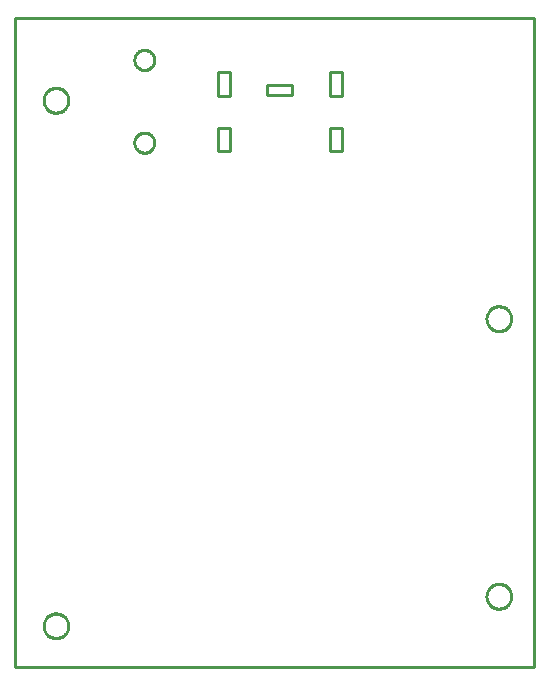
<source format=gbr>
G04 EAGLE Gerber RS-274X export*
G75*
%MOMM*%
%FSLAX34Y34*%
%LPD*%
%IN*%
%IPPOS*%
%AMOC8*
5,1,8,0,0,1.08239X$1,22.5*%
G01*
%ADD10C,0.000000*%
%ADD11C,0.254000*%


D10*
X0Y0D02*
X440000Y0D01*
X440000Y550000D01*
X0Y550000D01*
X0Y0D01*
X101400Y514100D02*
X101403Y514309D01*
X101410Y514517D01*
X101423Y514725D01*
X101441Y514933D01*
X101464Y515140D01*
X101492Y515347D01*
X101525Y515553D01*
X101563Y515758D01*
X101607Y515962D01*
X101655Y516165D01*
X101708Y516367D01*
X101766Y516567D01*
X101829Y516766D01*
X101897Y516964D01*
X101970Y517159D01*
X102047Y517353D01*
X102129Y517545D01*
X102216Y517734D01*
X102308Y517922D01*
X102404Y518107D01*
X102504Y518290D01*
X102609Y518470D01*
X102719Y518647D01*
X102833Y518822D01*
X102951Y518994D01*
X103073Y519163D01*
X103199Y519329D01*
X103329Y519492D01*
X103464Y519652D01*
X103602Y519808D01*
X103744Y519961D01*
X103890Y520110D01*
X104039Y520256D01*
X104192Y520398D01*
X104348Y520536D01*
X104508Y520671D01*
X104671Y520801D01*
X104837Y520927D01*
X105006Y521049D01*
X105178Y521167D01*
X105353Y521281D01*
X105530Y521391D01*
X105710Y521496D01*
X105893Y521596D01*
X106078Y521692D01*
X106266Y521784D01*
X106455Y521871D01*
X106647Y521953D01*
X106841Y522030D01*
X107036Y522103D01*
X107234Y522171D01*
X107433Y522234D01*
X107633Y522292D01*
X107835Y522345D01*
X108038Y522393D01*
X108242Y522437D01*
X108447Y522475D01*
X108653Y522508D01*
X108860Y522536D01*
X109067Y522559D01*
X109275Y522577D01*
X109483Y522590D01*
X109691Y522597D01*
X109900Y522600D01*
X110109Y522597D01*
X110317Y522590D01*
X110525Y522577D01*
X110733Y522559D01*
X110940Y522536D01*
X111147Y522508D01*
X111353Y522475D01*
X111558Y522437D01*
X111762Y522393D01*
X111965Y522345D01*
X112167Y522292D01*
X112367Y522234D01*
X112566Y522171D01*
X112764Y522103D01*
X112959Y522030D01*
X113153Y521953D01*
X113345Y521871D01*
X113534Y521784D01*
X113722Y521692D01*
X113907Y521596D01*
X114090Y521496D01*
X114270Y521391D01*
X114447Y521281D01*
X114622Y521167D01*
X114794Y521049D01*
X114963Y520927D01*
X115129Y520801D01*
X115292Y520671D01*
X115452Y520536D01*
X115608Y520398D01*
X115761Y520256D01*
X115910Y520110D01*
X116056Y519961D01*
X116198Y519808D01*
X116336Y519652D01*
X116471Y519492D01*
X116601Y519329D01*
X116727Y519163D01*
X116849Y518994D01*
X116967Y518822D01*
X117081Y518647D01*
X117191Y518470D01*
X117296Y518290D01*
X117396Y518107D01*
X117492Y517922D01*
X117584Y517734D01*
X117671Y517545D01*
X117753Y517353D01*
X117830Y517159D01*
X117903Y516964D01*
X117971Y516766D01*
X118034Y516567D01*
X118092Y516367D01*
X118145Y516165D01*
X118193Y515962D01*
X118237Y515758D01*
X118275Y515553D01*
X118308Y515347D01*
X118336Y515140D01*
X118359Y514933D01*
X118377Y514725D01*
X118390Y514517D01*
X118397Y514309D01*
X118400Y514100D01*
X118397Y513891D01*
X118390Y513683D01*
X118377Y513475D01*
X118359Y513267D01*
X118336Y513060D01*
X118308Y512853D01*
X118275Y512647D01*
X118237Y512442D01*
X118193Y512238D01*
X118145Y512035D01*
X118092Y511833D01*
X118034Y511633D01*
X117971Y511434D01*
X117903Y511236D01*
X117830Y511041D01*
X117753Y510847D01*
X117671Y510655D01*
X117584Y510466D01*
X117492Y510278D01*
X117396Y510093D01*
X117296Y509910D01*
X117191Y509730D01*
X117081Y509553D01*
X116967Y509378D01*
X116849Y509206D01*
X116727Y509037D01*
X116601Y508871D01*
X116471Y508708D01*
X116336Y508548D01*
X116198Y508392D01*
X116056Y508239D01*
X115910Y508090D01*
X115761Y507944D01*
X115608Y507802D01*
X115452Y507664D01*
X115292Y507529D01*
X115129Y507399D01*
X114963Y507273D01*
X114794Y507151D01*
X114622Y507033D01*
X114447Y506919D01*
X114270Y506809D01*
X114090Y506704D01*
X113907Y506604D01*
X113722Y506508D01*
X113534Y506416D01*
X113345Y506329D01*
X113153Y506247D01*
X112959Y506170D01*
X112764Y506097D01*
X112566Y506029D01*
X112367Y505966D01*
X112167Y505908D01*
X111965Y505855D01*
X111762Y505807D01*
X111558Y505763D01*
X111353Y505725D01*
X111147Y505692D01*
X110940Y505664D01*
X110733Y505641D01*
X110525Y505623D01*
X110317Y505610D01*
X110109Y505603D01*
X109900Y505600D01*
X109691Y505603D01*
X109483Y505610D01*
X109275Y505623D01*
X109067Y505641D01*
X108860Y505664D01*
X108653Y505692D01*
X108447Y505725D01*
X108242Y505763D01*
X108038Y505807D01*
X107835Y505855D01*
X107633Y505908D01*
X107433Y505966D01*
X107234Y506029D01*
X107036Y506097D01*
X106841Y506170D01*
X106647Y506247D01*
X106455Y506329D01*
X106266Y506416D01*
X106078Y506508D01*
X105893Y506604D01*
X105710Y506704D01*
X105530Y506809D01*
X105353Y506919D01*
X105178Y507033D01*
X105006Y507151D01*
X104837Y507273D01*
X104671Y507399D01*
X104508Y507529D01*
X104348Y507664D01*
X104192Y507802D01*
X104039Y507944D01*
X103890Y508090D01*
X103744Y508239D01*
X103602Y508392D01*
X103464Y508548D01*
X103329Y508708D01*
X103199Y508871D01*
X103073Y509037D01*
X102951Y509206D01*
X102833Y509378D01*
X102719Y509553D01*
X102609Y509730D01*
X102504Y509910D01*
X102404Y510093D01*
X102308Y510278D01*
X102216Y510466D01*
X102129Y510655D01*
X102047Y510847D01*
X101970Y511041D01*
X101897Y511236D01*
X101829Y511434D01*
X101766Y511633D01*
X101708Y511833D01*
X101655Y512035D01*
X101607Y512238D01*
X101563Y512442D01*
X101525Y512647D01*
X101492Y512853D01*
X101464Y513060D01*
X101441Y513267D01*
X101423Y513475D01*
X101410Y513683D01*
X101403Y513891D01*
X101400Y514100D01*
X101400Y444100D02*
X101403Y444309D01*
X101410Y444517D01*
X101423Y444725D01*
X101441Y444933D01*
X101464Y445140D01*
X101492Y445347D01*
X101525Y445553D01*
X101563Y445758D01*
X101607Y445962D01*
X101655Y446165D01*
X101708Y446367D01*
X101766Y446567D01*
X101829Y446766D01*
X101897Y446964D01*
X101970Y447159D01*
X102047Y447353D01*
X102129Y447545D01*
X102216Y447734D01*
X102308Y447922D01*
X102404Y448107D01*
X102504Y448290D01*
X102609Y448470D01*
X102719Y448647D01*
X102833Y448822D01*
X102951Y448994D01*
X103073Y449163D01*
X103199Y449329D01*
X103329Y449492D01*
X103464Y449652D01*
X103602Y449808D01*
X103744Y449961D01*
X103890Y450110D01*
X104039Y450256D01*
X104192Y450398D01*
X104348Y450536D01*
X104508Y450671D01*
X104671Y450801D01*
X104837Y450927D01*
X105006Y451049D01*
X105178Y451167D01*
X105353Y451281D01*
X105530Y451391D01*
X105710Y451496D01*
X105893Y451596D01*
X106078Y451692D01*
X106266Y451784D01*
X106455Y451871D01*
X106647Y451953D01*
X106841Y452030D01*
X107036Y452103D01*
X107234Y452171D01*
X107433Y452234D01*
X107633Y452292D01*
X107835Y452345D01*
X108038Y452393D01*
X108242Y452437D01*
X108447Y452475D01*
X108653Y452508D01*
X108860Y452536D01*
X109067Y452559D01*
X109275Y452577D01*
X109483Y452590D01*
X109691Y452597D01*
X109900Y452600D01*
X110109Y452597D01*
X110317Y452590D01*
X110525Y452577D01*
X110733Y452559D01*
X110940Y452536D01*
X111147Y452508D01*
X111353Y452475D01*
X111558Y452437D01*
X111762Y452393D01*
X111965Y452345D01*
X112167Y452292D01*
X112367Y452234D01*
X112566Y452171D01*
X112764Y452103D01*
X112959Y452030D01*
X113153Y451953D01*
X113345Y451871D01*
X113534Y451784D01*
X113722Y451692D01*
X113907Y451596D01*
X114090Y451496D01*
X114270Y451391D01*
X114447Y451281D01*
X114622Y451167D01*
X114794Y451049D01*
X114963Y450927D01*
X115129Y450801D01*
X115292Y450671D01*
X115452Y450536D01*
X115608Y450398D01*
X115761Y450256D01*
X115910Y450110D01*
X116056Y449961D01*
X116198Y449808D01*
X116336Y449652D01*
X116471Y449492D01*
X116601Y449329D01*
X116727Y449163D01*
X116849Y448994D01*
X116967Y448822D01*
X117081Y448647D01*
X117191Y448470D01*
X117296Y448290D01*
X117396Y448107D01*
X117492Y447922D01*
X117584Y447734D01*
X117671Y447545D01*
X117753Y447353D01*
X117830Y447159D01*
X117903Y446964D01*
X117971Y446766D01*
X118034Y446567D01*
X118092Y446367D01*
X118145Y446165D01*
X118193Y445962D01*
X118237Y445758D01*
X118275Y445553D01*
X118308Y445347D01*
X118336Y445140D01*
X118359Y444933D01*
X118377Y444725D01*
X118390Y444517D01*
X118397Y444309D01*
X118400Y444100D01*
X118397Y443891D01*
X118390Y443683D01*
X118377Y443475D01*
X118359Y443267D01*
X118336Y443060D01*
X118308Y442853D01*
X118275Y442647D01*
X118237Y442442D01*
X118193Y442238D01*
X118145Y442035D01*
X118092Y441833D01*
X118034Y441633D01*
X117971Y441434D01*
X117903Y441236D01*
X117830Y441041D01*
X117753Y440847D01*
X117671Y440655D01*
X117584Y440466D01*
X117492Y440278D01*
X117396Y440093D01*
X117296Y439910D01*
X117191Y439730D01*
X117081Y439553D01*
X116967Y439378D01*
X116849Y439206D01*
X116727Y439037D01*
X116601Y438871D01*
X116471Y438708D01*
X116336Y438548D01*
X116198Y438392D01*
X116056Y438239D01*
X115910Y438090D01*
X115761Y437944D01*
X115608Y437802D01*
X115452Y437664D01*
X115292Y437529D01*
X115129Y437399D01*
X114963Y437273D01*
X114794Y437151D01*
X114622Y437033D01*
X114447Y436919D01*
X114270Y436809D01*
X114090Y436704D01*
X113907Y436604D01*
X113722Y436508D01*
X113534Y436416D01*
X113345Y436329D01*
X113153Y436247D01*
X112959Y436170D01*
X112764Y436097D01*
X112566Y436029D01*
X112367Y435966D01*
X112167Y435908D01*
X111965Y435855D01*
X111762Y435807D01*
X111558Y435763D01*
X111353Y435725D01*
X111147Y435692D01*
X110940Y435664D01*
X110733Y435641D01*
X110525Y435623D01*
X110317Y435610D01*
X110109Y435603D01*
X109900Y435600D01*
X109691Y435603D01*
X109483Y435610D01*
X109275Y435623D01*
X109067Y435641D01*
X108860Y435664D01*
X108653Y435692D01*
X108447Y435725D01*
X108242Y435763D01*
X108038Y435807D01*
X107835Y435855D01*
X107633Y435908D01*
X107433Y435966D01*
X107234Y436029D01*
X107036Y436097D01*
X106841Y436170D01*
X106647Y436247D01*
X106455Y436329D01*
X106266Y436416D01*
X106078Y436508D01*
X105893Y436604D01*
X105710Y436704D01*
X105530Y436809D01*
X105353Y436919D01*
X105178Y437033D01*
X105006Y437151D01*
X104837Y437273D01*
X104671Y437399D01*
X104508Y437529D01*
X104348Y437664D01*
X104192Y437802D01*
X104039Y437944D01*
X103890Y438090D01*
X103744Y438239D01*
X103602Y438392D01*
X103464Y438548D01*
X103329Y438708D01*
X103199Y438871D01*
X103073Y439037D01*
X102951Y439206D01*
X102833Y439378D01*
X102719Y439553D01*
X102609Y439730D01*
X102504Y439910D01*
X102404Y440093D01*
X102308Y440278D01*
X102216Y440466D01*
X102129Y440655D01*
X102047Y440847D01*
X101970Y441041D01*
X101897Y441236D01*
X101829Y441434D01*
X101766Y441633D01*
X101708Y441833D01*
X101655Y442035D01*
X101607Y442238D01*
X101563Y442442D01*
X101525Y442647D01*
X101492Y442853D01*
X101464Y443060D01*
X101441Y443267D01*
X101423Y443475D01*
X101410Y443683D01*
X101403Y443891D01*
X101400Y444100D01*
X172000Y456700D02*
X182000Y456700D01*
X172000Y456700D02*
X172000Y436700D01*
X182000Y436700D01*
X182000Y456700D01*
X182000Y503700D02*
X172000Y503700D01*
X172000Y483700D01*
X182000Y483700D01*
X182000Y503700D01*
X267000Y503700D02*
X277000Y503700D01*
X267000Y503700D02*
X267000Y483700D01*
X277000Y483700D01*
X277000Y503700D01*
X277000Y456700D02*
X267000Y456700D01*
X267000Y436700D01*
X277000Y436700D01*
X277000Y456700D01*
X235000Y492700D02*
X214000Y492700D01*
X214000Y484700D01*
X235000Y484700D01*
X235000Y492700D01*
X24500Y35000D02*
X24503Y35258D01*
X24513Y35515D01*
X24528Y35772D01*
X24551Y36029D01*
X24579Y36285D01*
X24614Y36541D01*
X24655Y36795D01*
X24702Y37048D01*
X24755Y37301D01*
X24815Y37551D01*
X24880Y37800D01*
X24952Y38048D01*
X25030Y38294D01*
X25114Y38537D01*
X25204Y38779D01*
X25299Y39018D01*
X25401Y39255D01*
X25508Y39489D01*
X25621Y39721D01*
X25740Y39950D01*
X25864Y40175D01*
X25994Y40398D01*
X26129Y40617D01*
X26270Y40833D01*
X26415Y41046D01*
X26566Y41255D01*
X26722Y41460D01*
X26883Y41661D01*
X27049Y41858D01*
X27220Y42051D01*
X27395Y42240D01*
X27575Y42425D01*
X27760Y42605D01*
X27949Y42780D01*
X28142Y42951D01*
X28339Y43117D01*
X28540Y43278D01*
X28745Y43434D01*
X28954Y43585D01*
X29167Y43730D01*
X29383Y43871D01*
X29602Y44006D01*
X29825Y44136D01*
X30050Y44260D01*
X30279Y44379D01*
X30511Y44492D01*
X30745Y44599D01*
X30982Y44701D01*
X31221Y44796D01*
X31463Y44886D01*
X31706Y44970D01*
X31952Y45048D01*
X32200Y45120D01*
X32449Y45185D01*
X32699Y45245D01*
X32952Y45298D01*
X33205Y45345D01*
X33459Y45386D01*
X33715Y45421D01*
X33971Y45449D01*
X34228Y45472D01*
X34485Y45487D01*
X34742Y45497D01*
X35000Y45500D01*
X35258Y45497D01*
X35515Y45487D01*
X35772Y45472D01*
X36029Y45449D01*
X36285Y45421D01*
X36541Y45386D01*
X36795Y45345D01*
X37048Y45298D01*
X37301Y45245D01*
X37551Y45185D01*
X37800Y45120D01*
X38048Y45048D01*
X38294Y44970D01*
X38537Y44886D01*
X38779Y44796D01*
X39018Y44701D01*
X39255Y44599D01*
X39489Y44492D01*
X39721Y44379D01*
X39950Y44260D01*
X40175Y44136D01*
X40398Y44006D01*
X40617Y43871D01*
X40833Y43730D01*
X41046Y43585D01*
X41255Y43434D01*
X41460Y43278D01*
X41661Y43117D01*
X41858Y42951D01*
X42051Y42780D01*
X42240Y42605D01*
X42425Y42425D01*
X42605Y42240D01*
X42780Y42051D01*
X42951Y41858D01*
X43117Y41661D01*
X43278Y41460D01*
X43434Y41255D01*
X43585Y41046D01*
X43730Y40833D01*
X43871Y40617D01*
X44006Y40398D01*
X44136Y40175D01*
X44260Y39950D01*
X44379Y39721D01*
X44492Y39489D01*
X44599Y39255D01*
X44701Y39018D01*
X44796Y38779D01*
X44886Y38537D01*
X44970Y38294D01*
X45048Y38048D01*
X45120Y37800D01*
X45185Y37551D01*
X45245Y37301D01*
X45298Y37048D01*
X45345Y36795D01*
X45386Y36541D01*
X45421Y36285D01*
X45449Y36029D01*
X45472Y35772D01*
X45487Y35515D01*
X45497Y35258D01*
X45500Y35000D01*
X45497Y34742D01*
X45487Y34485D01*
X45472Y34228D01*
X45449Y33971D01*
X45421Y33715D01*
X45386Y33459D01*
X45345Y33205D01*
X45298Y32952D01*
X45245Y32699D01*
X45185Y32449D01*
X45120Y32200D01*
X45048Y31952D01*
X44970Y31706D01*
X44886Y31463D01*
X44796Y31221D01*
X44701Y30982D01*
X44599Y30745D01*
X44492Y30511D01*
X44379Y30279D01*
X44260Y30050D01*
X44136Y29825D01*
X44006Y29602D01*
X43871Y29383D01*
X43730Y29167D01*
X43585Y28954D01*
X43434Y28745D01*
X43278Y28540D01*
X43117Y28339D01*
X42951Y28142D01*
X42780Y27949D01*
X42605Y27760D01*
X42425Y27575D01*
X42240Y27395D01*
X42051Y27220D01*
X41858Y27049D01*
X41661Y26883D01*
X41460Y26722D01*
X41255Y26566D01*
X41046Y26415D01*
X40833Y26270D01*
X40617Y26129D01*
X40398Y25994D01*
X40175Y25864D01*
X39950Y25740D01*
X39721Y25621D01*
X39489Y25508D01*
X39255Y25401D01*
X39018Y25299D01*
X38779Y25204D01*
X38537Y25114D01*
X38294Y25030D01*
X38048Y24952D01*
X37800Y24880D01*
X37551Y24815D01*
X37301Y24755D01*
X37048Y24702D01*
X36795Y24655D01*
X36541Y24614D01*
X36285Y24579D01*
X36029Y24551D01*
X35772Y24528D01*
X35515Y24513D01*
X35258Y24503D01*
X35000Y24500D01*
X34742Y24503D01*
X34485Y24513D01*
X34228Y24528D01*
X33971Y24551D01*
X33715Y24579D01*
X33459Y24614D01*
X33205Y24655D01*
X32952Y24702D01*
X32699Y24755D01*
X32449Y24815D01*
X32200Y24880D01*
X31952Y24952D01*
X31706Y25030D01*
X31463Y25114D01*
X31221Y25204D01*
X30982Y25299D01*
X30745Y25401D01*
X30511Y25508D01*
X30279Y25621D01*
X30050Y25740D01*
X29825Y25864D01*
X29602Y25994D01*
X29383Y26129D01*
X29167Y26270D01*
X28954Y26415D01*
X28745Y26566D01*
X28540Y26722D01*
X28339Y26883D01*
X28142Y27049D01*
X27949Y27220D01*
X27760Y27395D01*
X27575Y27575D01*
X27395Y27760D01*
X27220Y27949D01*
X27049Y28142D01*
X26883Y28339D01*
X26722Y28540D01*
X26566Y28745D01*
X26415Y28954D01*
X26270Y29167D01*
X26129Y29383D01*
X25994Y29602D01*
X25864Y29825D01*
X25740Y30050D01*
X25621Y30279D01*
X25508Y30511D01*
X25401Y30745D01*
X25299Y30982D01*
X25204Y31221D01*
X25114Y31463D01*
X25030Y31706D01*
X24952Y31952D01*
X24880Y32200D01*
X24815Y32449D01*
X24755Y32699D01*
X24702Y32952D01*
X24655Y33205D01*
X24614Y33459D01*
X24579Y33715D01*
X24551Y33971D01*
X24528Y34228D01*
X24513Y34485D01*
X24503Y34742D01*
X24500Y35000D01*
X399500Y60000D02*
X399503Y60258D01*
X399513Y60515D01*
X399528Y60772D01*
X399551Y61029D01*
X399579Y61285D01*
X399614Y61541D01*
X399655Y61795D01*
X399702Y62048D01*
X399755Y62301D01*
X399815Y62551D01*
X399880Y62800D01*
X399952Y63048D01*
X400030Y63294D01*
X400114Y63537D01*
X400204Y63779D01*
X400299Y64018D01*
X400401Y64255D01*
X400508Y64489D01*
X400621Y64721D01*
X400740Y64950D01*
X400864Y65175D01*
X400994Y65398D01*
X401129Y65617D01*
X401270Y65833D01*
X401415Y66046D01*
X401566Y66255D01*
X401722Y66460D01*
X401883Y66661D01*
X402049Y66858D01*
X402220Y67051D01*
X402395Y67240D01*
X402575Y67425D01*
X402760Y67605D01*
X402949Y67780D01*
X403142Y67951D01*
X403339Y68117D01*
X403540Y68278D01*
X403745Y68434D01*
X403954Y68585D01*
X404167Y68730D01*
X404383Y68871D01*
X404602Y69006D01*
X404825Y69136D01*
X405050Y69260D01*
X405279Y69379D01*
X405511Y69492D01*
X405745Y69599D01*
X405982Y69701D01*
X406221Y69796D01*
X406463Y69886D01*
X406706Y69970D01*
X406952Y70048D01*
X407200Y70120D01*
X407449Y70185D01*
X407699Y70245D01*
X407952Y70298D01*
X408205Y70345D01*
X408459Y70386D01*
X408715Y70421D01*
X408971Y70449D01*
X409228Y70472D01*
X409485Y70487D01*
X409742Y70497D01*
X410000Y70500D01*
X410258Y70497D01*
X410515Y70487D01*
X410772Y70472D01*
X411029Y70449D01*
X411285Y70421D01*
X411541Y70386D01*
X411795Y70345D01*
X412048Y70298D01*
X412301Y70245D01*
X412551Y70185D01*
X412800Y70120D01*
X413048Y70048D01*
X413294Y69970D01*
X413537Y69886D01*
X413779Y69796D01*
X414018Y69701D01*
X414255Y69599D01*
X414489Y69492D01*
X414721Y69379D01*
X414950Y69260D01*
X415175Y69136D01*
X415398Y69006D01*
X415617Y68871D01*
X415833Y68730D01*
X416046Y68585D01*
X416255Y68434D01*
X416460Y68278D01*
X416661Y68117D01*
X416858Y67951D01*
X417051Y67780D01*
X417240Y67605D01*
X417425Y67425D01*
X417605Y67240D01*
X417780Y67051D01*
X417951Y66858D01*
X418117Y66661D01*
X418278Y66460D01*
X418434Y66255D01*
X418585Y66046D01*
X418730Y65833D01*
X418871Y65617D01*
X419006Y65398D01*
X419136Y65175D01*
X419260Y64950D01*
X419379Y64721D01*
X419492Y64489D01*
X419599Y64255D01*
X419701Y64018D01*
X419796Y63779D01*
X419886Y63537D01*
X419970Y63294D01*
X420048Y63048D01*
X420120Y62800D01*
X420185Y62551D01*
X420245Y62301D01*
X420298Y62048D01*
X420345Y61795D01*
X420386Y61541D01*
X420421Y61285D01*
X420449Y61029D01*
X420472Y60772D01*
X420487Y60515D01*
X420497Y60258D01*
X420500Y60000D01*
X420497Y59742D01*
X420487Y59485D01*
X420472Y59228D01*
X420449Y58971D01*
X420421Y58715D01*
X420386Y58459D01*
X420345Y58205D01*
X420298Y57952D01*
X420245Y57699D01*
X420185Y57449D01*
X420120Y57200D01*
X420048Y56952D01*
X419970Y56706D01*
X419886Y56463D01*
X419796Y56221D01*
X419701Y55982D01*
X419599Y55745D01*
X419492Y55511D01*
X419379Y55279D01*
X419260Y55050D01*
X419136Y54825D01*
X419006Y54602D01*
X418871Y54383D01*
X418730Y54167D01*
X418585Y53954D01*
X418434Y53745D01*
X418278Y53540D01*
X418117Y53339D01*
X417951Y53142D01*
X417780Y52949D01*
X417605Y52760D01*
X417425Y52575D01*
X417240Y52395D01*
X417051Y52220D01*
X416858Y52049D01*
X416661Y51883D01*
X416460Y51722D01*
X416255Y51566D01*
X416046Y51415D01*
X415833Y51270D01*
X415617Y51129D01*
X415398Y50994D01*
X415175Y50864D01*
X414950Y50740D01*
X414721Y50621D01*
X414489Y50508D01*
X414255Y50401D01*
X414018Y50299D01*
X413779Y50204D01*
X413537Y50114D01*
X413294Y50030D01*
X413048Y49952D01*
X412800Y49880D01*
X412551Y49815D01*
X412301Y49755D01*
X412048Y49702D01*
X411795Y49655D01*
X411541Y49614D01*
X411285Y49579D01*
X411029Y49551D01*
X410772Y49528D01*
X410515Y49513D01*
X410258Y49503D01*
X410000Y49500D01*
X409742Y49503D01*
X409485Y49513D01*
X409228Y49528D01*
X408971Y49551D01*
X408715Y49579D01*
X408459Y49614D01*
X408205Y49655D01*
X407952Y49702D01*
X407699Y49755D01*
X407449Y49815D01*
X407200Y49880D01*
X406952Y49952D01*
X406706Y50030D01*
X406463Y50114D01*
X406221Y50204D01*
X405982Y50299D01*
X405745Y50401D01*
X405511Y50508D01*
X405279Y50621D01*
X405050Y50740D01*
X404825Y50864D01*
X404602Y50994D01*
X404383Y51129D01*
X404167Y51270D01*
X403954Y51415D01*
X403745Y51566D01*
X403540Y51722D01*
X403339Y51883D01*
X403142Y52049D01*
X402949Y52220D01*
X402760Y52395D01*
X402575Y52575D01*
X402395Y52760D01*
X402220Y52949D01*
X402049Y53142D01*
X401883Y53339D01*
X401722Y53540D01*
X401566Y53745D01*
X401415Y53954D01*
X401270Y54167D01*
X401129Y54383D01*
X400994Y54602D01*
X400864Y54825D01*
X400740Y55050D01*
X400621Y55279D01*
X400508Y55511D01*
X400401Y55745D01*
X400299Y55982D01*
X400204Y56221D01*
X400114Y56463D01*
X400030Y56706D01*
X399952Y56952D01*
X399880Y57200D01*
X399815Y57449D01*
X399755Y57699D01*
X399702Y57952D01*
X399655Y58205D01*
X399614Y58459D01*
X399579Y58715D01*
X399551Y58971D01*
X399528Y59228D01*
X399513Y59485D01*
X399503Y59742D01*
X399500Y60000D01*
X24500Y480000D02*
X24503Y480258D01*
X24513Y480515D01*
X24528Y480772D01*
X24551Y481029D01*
X24579Y481285D01*
X24614Y481541D01*
X24655Y481795D01*
X24702Y482048D01*
X24755Y482301D01*
X24815Y482551D01*
X24880Y482800D01*
X24952Y483048D01*
X25030Y483294D01*
X25114Y483537D01*
X25204Y483779D01*
X25299Y484018D01*
X25401Y484255D01*
X25508Y484489D01*
X25621Y484721D01*
X25740Y484950D01*
X25864Y485175D01*
X25994Y485398D01*
X26129Y485617D01*
X26270Y485833D01*
X26415Y486046D01*
X26566Y486255D01*
X26722Y486460D01*
X26883Y486661D01*
X27049Y486858D01*
X27220Y487051D01*
X27395Y487240D01*
X27575Y487425D01*
X27760Y487605D01*
X27949Y487780D01*
X28142Y487951D01*
X28339Y488117D01*
X28540Y488278D01*
X28745Y488434D01*
X28954Y488585D01*
X29167Y488730D01*
X29383Y488871D01*
X29602Y489006D01*
X29825Y489136D01*
X30050Y489260D01*
X30279Y489379D01*
X30511Y489492D01*
X30745Y489599D01*
X30982Y489701D01*
X31221Y489796D01*
X31463Y489886D01*
X31706Y489970D01*
X31952Y490048D01*
X32200Y490120D01*
X32449Y490185D01*
X32699Y490245D01*
X32952Y490298D01*
X33205Y490345D01*
X33459Y490386D01*
X33715Y490421D01*
X33971Y490449D01*
X34228Y490472D01*
X34485Y490487D01*
X34742Y490497D01*
X35000Y490500D01*
X35258Y490497D01*
X35515Y490487D01*
X35772Y490472D01*
X36029Y490449D01*
X36285Y490421D01*
X36541Y490386D01*
X36795Y490345D01*
X37048Y490298D01*
X37301Y490245D01*
X37551Y490185D01*
X37800Y490120D01*
X38048Y490048D01*
X38294Y489970D01*
X38537Y489886D01*
X38779Y489796D01*
X39018Y489701D01*
X39255Y489599D01*
X39489Y489492D01*
X39721Y489379D01*
X39950Y489260D01*
X40175Y489136D01*
X40398Y489006D01*
X40617Y488871D01*
X40833Y488730D01*
X41046Y488585D01*
X41255Y488434D01*
X41460Y488278D01*
X41661Y488117D01*
X41858Y487951D01*
X42051Y487780D01*
X42240Y487605D01*
X42425Y487425D01*
X42605Y487240D01*
X42780Y487051D01*
X42951Y486858D01*
X43117Y486661D01*
X43278Y486460D01*
X43434Y486255D01*
X43585Y486046D01*
X43730Y485833D01*
X43871Y485617D01*
X44006Y485398D01*
X44136Y485175D01*
X44260Y484950D01*
X44379Y484721D01*
X44492Y484489D01*
X44599Y484255D01*
X44701Y484018D01*
X44796Y483779D01*
X44886Y483537D01*
X44970Y483294D01*
X45048Y483048D01*
X45120Y482800D01*
X45185Y482551D01*
X45245Y482301D01*
X45298Y482048D01*
X45345Y481795D01*
X45386Y481541D01*
X45421Y481285D01*
X45449Y481029D01*
X45472Y480772D01*
X45487Y480515D01*
X45497Y480258D01*
X45500Y480000D01*
X45497Y479742D01*
X45487Y479485D01*
X45472Y479228D01*
X45449Y478971D01*
X45421Y478715D01*
X45386Y478459D01*
X45345Y478205D01*
X45298Y477952D01*
X45245Y477699D01*
X45185Y477449D01*
X45120Y477200D01*
X45048Y476952D01*
X44970Y476706D01*
X44886Y476463D01*
X44796Y476221D01*
X44701Y475982D01*
X44599Y475745D01*
X44492Y475511D01*
X44379Y475279D01*
X44260Y475050D01*
X44136Y474825D01*
X44006Y474602D01*
X43871Y474383D01*
X43730Y474167D01*
X43585Y473954D01*
X43434Y473745D01*
X43278Y473540D01*
X43117Y473339D01*
X42951Y473142D01*
X42780Y472949D01*
X42605Y472760D01*
X42425Y472575D01*
X42240Y472395D01*
X42051Y472220D01*
X41858Y472049D01*
X41661Y471883D01*
X41460Y471722D01*
X41255Y471566D01*
X41046Y471415D01*
X40833Y471270D01*
X40617Y471129D01*
X40398Y470994D01*
X40175Y470864D01*
X39950Y470740D01*
X39721Y470621D01*
X39489Y470508D01*
X39255Y470401D01*
X39018Y470299D01*
X38779Y470204D01*
X38537Y470114D01*
X38294Y470030D01*
X38048Y469952D01*
X37800Y469880D01*
X37551Y469815D01*
X37301Y469755D01*
X37048Y469702D01*
X36795Y469655D01*
X36541Y469614D01*
X36285Y469579D01*
X36029Y469551D01*
X35772Y469528D01*
X35515Y469513D01*
X35258Y469503D01*
X35000Y469500D01*
X34742Y469503D01*
X34485Y469513D01*
X34228Y469528D01*
X33971Y469551D01*
X33715Y469579D01*
X33459Y469614D01*
X33205Y469655D01*
X32952Y469702D01*
X32699Y469755D01*
X32449Y469815D01*
X32200Y469880D01*
X31952Y469952D01*
X31706Y470030D01*
X31463Y470114D01*
X31221Y470204D01*
X30982Y470299D01*
X30745Y470401D01*
X30511Y470508D01*
X30279Y470621D01*
X30050Y470740D01*
X29825Y470864D01*
X29602Y470994D01*
X29383Y471129D01*
X29167Y471270D01*
X28954Y471415D01*
X28745Y471566D01*
X28540Y471722D01*
X28339Y471883D01*
X28142Y472049D01*
X27949Y472220D01*
X27760Y472395D01*
X27575Y472575D01*
X27395Y472760D01*
X27220Y472949D01*
X27049Y473142D01*
X26883Y473339D01*
X26722Y473540D01*
X26566Y473745D01*
X26415Y473954D01*
X26270Y474167D01*
X26129Y474383D01*
X25994Y474602D01*
X25864Y474825D01*
X25740Y475050D01*
X25621Y475279D01*
X25508Y475511D01*
X25401Y475745D01*
X25299Y475982D01*
X25204Y476221D01*
X25114Y476463D01*
X25030Y476706D01*
X24952Y476952D01*
X24880Y477200D01*
X24815Y477449D01*
X24755Y477699D01*
X24702Y477952D01*
X24655Y478205D01*
X24614Y478459D01*
X24579Y478715D01*
X24551Y478971D01*
X24528Y479228D01*
X24513Y479485D01*
X24503Y479742D01*
X24500Y480000D01*
X399500Y295000D02*
X399503Y295258D01*
X399513Y295515D01*
X399528Y295772D01*
X399551Y296029D01*
X399579Y296285D01*
X399614Y296541D01*
X399655Y296795D01*
X399702Y297048D01*
X399755Y297301D01*
X399815Y297551D01*
X399880Y297800D01*
X399952Y298048D01*
X400030Y298294D01*
X400114Y298537D01*
X400204Y298779D01*
X400299Y299018D01*
X400401Y299255D01*
X400508Y299489D01*
X400621Y299721D01*
X400740Y299950D01*
X400864Y300175D01*
X400994Y300398D01*
X401129Y300617D01*
X401270Y300833D01*
X401415Y301046D01*
X401566Y301255D01*
X401722Y301460D01*
X401883Y301661D01*
X402049Y301858D01*
X402220Y302051D01*
X402395Y302240D01*
X402575Y302425D01*
X402760Y302605D01*
X402949Y302780D01*
X403142Y302951D01*
X403339Y303117D01*
X403540Y303278D01*
X403745Y303434D01*
X403954Y303585D01*
X404167Y303730D01*
X404383Y303871D01*
X404602Y304006D01*
X404825Y304136D01*
X405050Y304260D01*
X405279Y304379D01*
X405511Y304492D01*
X405745Y304599D01*
X405982Y304701D01*
X406221Y304796D01*
X406463Y304886D01*
X406706Y304970D01*
X406952Y305048D01*
X407200Y305120D01*
X407449Y305185D01*
X407699Y305245D01*
X407952Y305298D01*
X408205Y305345D01*
X408459Y305386D01*
X408715Y305421D01*
X408971Y305449D01*
X409228Y305472D01*
X409485Y305487D01*
X409742Y305497D01*
X410000Y305500D01*
X410258Y305497D01*
X410515Y305487D01*
X410772Y305472D01*
X411029Y305449D01*
X411285Y305421D01*
X411541Y305386D01*
X411795Y305345D01*
X412048Y305298D01*
X412301Y305245D01*
X412551Y305185D01*
X412800Y305120D01*
X413048Y305048D01*
X413294Y304970D01*
X413537Y304886D01*
X413779Y304796D01*
X414018Y304701D01*
X414255Y304599D01*
X414489Y304492D01*
X414721Y304379D01*
X414950Y304260D01*
X415175Y304136D01*
X415398Y304006D01*
X415617Y303871D01*
X415833Y303730D01*
X416046Y303585D01*
X416255Y303434D01*
X416460Y303278D01*
X416661Y303117D01*
X416858Y302951D01*
X417051Y302780D01*
X417240Y302605D01*
X417425Y302425D01*
X417605Y302240D01*
X417780Y302051D01*
X417951Y301858D01*
X418117Y301661D01*
X418278Y301460D01*
X418434Y301255D01*
X418585Y301046D01*
X418730Y300833D01*
X418871Y300617D01*
X419006Y300398D01*
X419136Y300175D01*
X419260Y299950D01*
X419379Y299721D01*
X419492Y299489D01*
X419599Y299255D01*
X419701Y299018D01*
X419796Y298779D01*
X419886Y298537D01*
X419970Y298294D01*
X420048Y298048D01*
X420120Y297800D01*
X420185Y297551D01*
X420245Y297301D01*
X420298Y297048D01*
X420345Y296795D01*
X420386Y296541D01*
X420421Y296285D01*
X420449Y296029D01*
X420472Y295772D01*
X420487Y295515D01*
X420497Y295258D01*
X420500Y295000D01*
X420497Y294742D01*
X420487Y294485D01*
X420472Y294228D01*
X420449Y293971D01*
X420421Y293715D01*
X420386Y293459D01*
X420345Y293205D01*
X420298Y292952D01*
X420245Y292699D01*
X420185Y292449D01*
X420120Y292200D01*
X420048Y291952D01*
X419970Y291706D01*
X419886Y291463D01*
X419796Y291221D01*
X419701Y290982D01*
X419599Y290745D01*
X419492Y290511D01*
X419379Y290279D01*
X419260Y290050D01*
X419136Y289825D01*
X419006Y289602D01*
X418871Y289383D01*
X418730Y289167D01*
X418585Y288954D01*
X418434Y288745D01*
X418278Y288540D01*
X418117Y288339D01*
X417951Y288142D01*
X417780Y287949D01*
X417605Y287760D01*
X417425Y287575D01*
X417240Y287395D01*
X417051Y287220D01*
X416858Y287049D01*
X416661Y286883D01*
X416460Y286722D01*
X416255Y286566D01*
X416046Y286415D01*
X415833Y286270D01*
X415617Y286129D01*
X415398Y285994D01*
X415175Y285864D01*
X414950Y285740D01*
X414721Y285621D01*
X414489Y285508D01*
X414255Y285401D01*
X414018Y285299D01*
X413779Y285204D01*
X413537Y285114D01*
X413294Y285030D01*
X413048Y284952D01*
X412800Y284880D01*
X412551Y284815D01*
X412301Y284755D01*
X412048Y284702D01*
X411795Y284655D01*
X411541Y284614D01*
X411285Y284579D01*
X411029Y284551D01*
X410772Y284528D01*
X410515Y284513D01*
X410258Y284503D01*
X410000Y284500D01*
X409742Y284503D01*
X409485Y284513D01*
X409228Y284528D01*
X408971Y284551D01*
X408715Y284579D01*
X408459Y284614D01*
X408205Y284655D01*
X407952Y284702D01*
X407699Y284755D01*
X407449Y284815D01*
X407200Y284880D01*
X406952Y284952D01*
X406706Y285030D01*
X406463Y285114D01*
X406221Y285204D01*
X405982Y285299D01*
X405745Y285401D01*
X405511Y285508D01*
X405279Y285621D01*
X405050Y285740D01*
X404825Y285864D01*
X404602Y285994D01*
X404383Y286129D01*
X404167Y286270D01*
X403954Y286415D01*
X403745Y286566D01*
X403540Y286722D01*
X403339Y286883D01*
X403142Y287049D01*
X402949Y287220D01*
X402760Y287395D01*
X402575Y287575D01*
X402395Y287760D01*
X402220Y287949D01*
X402049Y288142D01*
X401883Y288339D01*
X401722Y288540D01*
X401566Y288745D01*
X401415Y288954D01*
X401270Y289167D01*
X401129Y289383D01*
X400994Y289602D01*
X400864Y289825D01*
X400740Y290050D01*
X400621Y290279D01*
X400508Y290511D01*
X400401Y290745D01*
X400299Y290982D01*
X400204Y291221D01*
X400114Y291463D01*
X400030Y291706D01*
X399952Y291952D01*
X399880Y292200D01*
X399815Y292449D01*
X399755Y292699D01*
X399702Y292952D01*
X399655Y293205D01*
X399614Y293459D01*
X399579Y293715D01*
X399551Y293971D01*
X399528Y294228D01*
X399513Y294485D01*
X399503Y294742D01*
X399500Y295000D01*
D11*
X0Y0D02*
X440000Y0D01*
X440000Y550000D01*
X0Y550000D01*
X0Y0D01*
X214000Y484700D02*
X235000Y484700D01*
X235000Y492700D01*
X214000Y492700D01*
X214000Y484700D01*
X267000Y436700D02*
X277000Y436700D01*
X277000Y456700D01*
X267000Y456700D01*
X267000Y436700D01*
X267000Y483700D02*
X277000Y483700D01*
X277000Y503700D01*
X267000Y503700D01*
X267000Y483700D01*
X172000Y436700D02*
X182000Y436700D01*
X182000Y456700D01*
X172000Y456700D01*
X172000Y436700D01*
X172000Y483700D02*
X182000Y483700D01*
X182000Y503700D01*
X172000Y503700D01*
X172000Y483700D01*
X109529Y505600D02*
X108789Y505665D01*
X108059Y505794D01*
X107342Y505986D01*
X106644Y506240D01*
X105971Y506553D01*
X105329Y506924D01*
X104721Y507350D01*
X104152Y507827D01*
X103627Y508352D01*
X103150Y508921D01*
X102724Y509529D01*
X102353Y510171D01*
X102040Y510844D01*
X101786Y511542D01*
X101594Y512259D01*
X101465Y512989D01*
X101400Y513729D01*
X101400Y514471D01*
X101465Y515211D01*
X101594Y515942D01*
X101786Y516658D01*
X102040Y517356D01*
X102353Y518029D01*
X102724Y518671D01*
X103150Y519279D01*
X103627Y519848D01*
X104152Y520373D01*
X104721Y520850D01*
X105329Y521276D01*
X105971Y521647D01*
X106644Y521960D01*
X107342Y522214D01*
X108059Y522406D01*
X108789Y522535D01*
X109529Y522600D01*
X110271Y522600D01*
X111011Y522535D01*
X111742Y522406D01*
X112458Y522214D01*
X113156Y521960D01*
X113829Y521647D01*
X114471Y521276D01*
X115079Y520850D01*
X115648Y520373D01*
X116173Y519848D01*
X116650Y519279D01*
X117076Y518671D01*
X117447Y518029D01*
X117760Y517356D01*
X118014Y516658D01*
X118206Y515942D01*
X118335Y515211D01*
X118400Y514471D01*
X118400Y513729D01*
X118335Y512989D01*
X118206Y512259D01*
X118014Y511542D01*
X117760Y510844D01*
X117447Y510171D01*
X117076Y509529D01*
X116650Y508921D01*
X116173Y508352D01*
X115648Y507827D01*
X115079Y507350D01*
X114471Y506924D01*
X113829Y506553D01*
X113156Y506240D01*
X112458Y505986D01*
X111742Y505794D01*
X111011Y505665D01*
X110271Y505600D01*
X109529Y505600D01*
X109529Y435600D02*
X108789Y435665D01*
X108059Y435794D01*
X107342Y435986D01*
X106644Y436240D01*
X105971Y436553D01*
X105329Y436924D01*
X104721Y437350D01*
X104152Y437827D01*
X103627Y438352D01*
X103150Y438921D01*
X102724Y439529D01*
X102353Y440171D01*
X102040Y440844D01*
X101786Y441542D01*
X101594Y442259D01*
X101465Y442989D01*
X101400Y443729D01*
X101400Y444471D01*
X101465Y445211D01*
X101594Y445942D01*
X101786Y446658D01*
X102040Y447356D01*
X102353Y448029D01*
X102724Y448671D01*
X103150Y449279D01*
X103627Y449848D01*
X104152Y450373D01*
X104721Y450850D01*
X105329Y451276D01*
X105971Y451647D01*
X106644Y451960D01*
X107342Y452214D01*
X108059Y452406D01*
X108789Y452535D01*
X109529Y452600D01*
X110271Y452600D01*
X111011Y452535D01*
X111742Y452406D01*
X112458Y452214D01*
X113156Y451960D01*
X113829Y451647D01*
X114471Y451276D01*
X115079Y450850D01*
X115648Y450373D01*
X116173Y449848D01*
X116650Y449279D01*
X117076Y448671D01*
X117447Y448029D01*
X117760Y447356D01*
X118014Y446658D01*
X118206Y445942D01*
X118335Y445211D01*
X118400Y444471D01*
X118400Y443729D01*
X118335Y442989D01*
X118206Y442259D01*
X118014Y441542D01*
X117760Y440844D01*
X117447Y440171D01*
X117076Y439529D01*
X116650Y438921D01*
X116173Y438352D01*
X115648Y437827D01*
X115079Y437350D01*
X114471Y436924D01*
X113829Y436553D01*
X113156Y436240D01*
X112458Y435986D01*
X111742Y435794D01*
X111011Y435665D01*
X110271Y435600D01*
X109529Y435600D01*
X45500Y34587D02*
X45435Y33765D01*
X45306Y32950D01*
X45114Y32148D01*
X44859Y31363D01*
X44543Y30601D01*
X44168Y29866D01*
X43737Y29162D01*
X43252Y28495D01*
X42716Y27867D01*
X42133Y27284D01*
X41506Y26748D01*
X40838Y26263D01*
X40134Y25832D01*
X39399Y25457D01*
X38637Y25141D01*
X37852Y24886D01*
X37050Y24694D01*
X36235Y24565D01*
X35413Y24500D01*
X34587Y24500D01*
X33765Y24565D01*
X32950Y24694D01*
X32148Y24886D01*
X31363Y25141D01*
X30601Y25457D01*
X29866Y25832D01*
X29162Y26263D01*
X28495Y26748D01*
X27867Y27284D01*
X27284Y27867D01*
X26748Y28495D01*
X26263Y29162D01*
X25832Y29866D01*
X25457Y30601D01*
X25141Y31363D01*
X24886Y32148D01*
X24694Y32950D01*
X24565Y33765D01*
X24500Y34587D01*
X24500Y35413D01*
X24565Y36235D01*
X24694Y37050D01*
X24886Y37852D01*
X25141Y38637D01*
X25457Y39399D01*
X25832Y40134D01*
X26263Y40838D01*
X26748Y41506D01*
X27284Y42133D01*
X27867Y42716D01*
X28495Y43252D01*
X29162Y43737D01*
X29866Y44168D01*
X30601Y44543D01*
X31363Y44859D01*
X32148Y45114D01*
X32950Y45306D01*
X33765Y45435D01*
X34587Y45500D01*
X35413Y45500D01*
X36235Y45435D01*
X37050Y45306D01*
X37852Y45114D01*
X38637Y44859D01*
X39399Y44543D01*
X40134Y44168D01*
X40838Y43737D01*
X41506Y43252D01*
X42133Y42716D01*
X42716Y42133D01*
X43252Y41506D01*
X43737Y40838D01*
X44168Y40134D01*
X44543Y39399D01*
X44859Y38637D01*
X45114Y37852D01*
X45306Y37050D01*
X45435Y36235D01*
X45500Y35413D01*
X45500Y34587D01*
X420500Y59587D02*
X420435Y58765D01*
X420306Y57950D01*
X420114Y57148D01*
X419859Y56363D01*
X419543Y55601D01*
X419168Y54866D01*
X418737Y54162D01*
X418252Y53495D01*
X417716Y52867D01*
X417133Y52284D01*
X416506Y51748D01*
X415838Y51263D01*
X415134Y50832D01*
X414399Y50457D01*
X413637Y50141D01*
X412852Y49886D01*
X412050Y49694D01*
X411235Y49565D01*
X410413Y49500D01*
X409587Y49500D01*
X408765Y49565D01*
X407950Y49694D01*
X407148Y49886D01*
X406363Y50141D01*
X405601Y50457D01*
X404866Y50832D01*
X404162Y51263D01*
X403495Y51748D01*
X402867Y52284D01*
X402284Y52867D01*
X401748Y53495D01*
X401263Y54162D01*
X400832Y54866D01*
X400457Y55601D01*
X400141Y56363D01*
X399886Y57148D01*
X399694Y57950D01*
X399565Y58765D01*
X399500Y59587D01*
X399500Y60413D01*
X399565Y61235D01*
X399694Y62050D01*
X399886Y62852D01*
X400141Y63637D01*
X400457Y64399D01*
X400832Y65134D01*
X401263Y65838D01*
X401748Y66506D01*
X402284Y67133D01*
X402867Y67716D01*
X403495Y68252D01*
X404162Y68737D01*
X404866Y69168D01*
X405601Y69543D01*
X406363Y69859D01*
X407148Y70114D01*
X407950Y70306D01*
X408765Y70435D01*
X409587Y70500D01*
X410413Y70500D01*
X411235Y70435D01*
X412050Y70306D01*
X412852Y70114D01*
X413637Y69859D01*
X414399Y69543D01*
X415134Y69168D01*
X415838Y68737D01*
X416506Y68252D01*
X417133Y67716D01*
X417716Y67133D01*
X418252Y66506D01*
X418737Y65838D01*
X419168Y65134D01*
X419543Y64399D01*
X419859Y63637D01*
X420114Y62852D01*
X420306Y62050D01*
X420435Y61235D01*
X420500Y60413D01*
X420500Y59587D01*
X45500Y479587D02*
X45435Y478765D01*
X45306Y477950D01*
X45114Y477148D01*
X44859Y476363D01*
X44543Y475601D01*
X44168Y474866D01*
X43737Y474162D01*
X43252Y473495D01*
X42716Y472867D01*
X42133Y472284D01*
X41506Y471748D01*
X40838Y471263D01*
X40134Y470832D01*
X39399Y470457D01*
X38637Y470141D01*
X37852Y469886D01*
X37050Y469694D01*
X36235Y469565D01*
X35413Y469500D01*
X34587Y469500D01*
X33765Y469565D01*
X32950Y469694D01*
X32148Y469886D01*
X31363Y470141D01*
X30601Y470457D01*
X29866Y470832D01*
X29162Y471263D01*
X28495Y471748D01*
X27867Y472284D01*
X27284Y472867D01*
X26748Y473495D01*
X26263Y474162D01*
X25832Y474866D01*
X25457Y475601D01*
X25141Y476363D01*
X24886Y477148D01*
X24694Y477950D01*
X24565Y478765D01*
X24500Y479587D01*
X24500Y480413D01*
X24565Y481235D01*
X24694Y482050D01*
X24886Y482852D01*
X25141Y483637D01*
X25457Y484399D01*
X25832Y485134D01*
X26263Y485838D01*
X26748Y486506D01*
X27284Y487133D01*
X27867Y487716D01*
X28495Y488252D01*
X29162Y488737D01*
X29866Y489168D01*
X30601Y489543D01*
X31363Y489859D01*
X32148Y490114D01*
X32950Y490306D01*
X33765Y490435D01*
X34587Y490500D01*
X35413Y490500D01*
X36235Y490435D01*
X37050Y490306D01*
X37852Y490114D01*
X38637Y489859D01*
X39399Y489543D01*
X40134Y489168D01*
X40838Y488737D01*
X41506Y488252D01*
X42133Y487716D01*
X42716Y487133D01*
X43252Y486506D01*
X43737Y485838D01*
X44168Y485134D01*
X44543Y484399D01*
X44859Y483637D01*
X45114Y482852D01*
X45306Y482050D01*
X45435Y481235D01*
X45500Y480413D01*
X45500Y479587D01*
X420500Y294587D02*
X420435Y293765D01*
X420306Y292950D01*
X420114Y292148D01*
X419859Y291363D01*
X419543Y290601D01*
X419168Y289866D01*
X418737Y289162D01*
X418252Y288495D01*
X417716Y287867D01*
X417133Y287284D01*
X416506Y286748D01*
X415838Y286263D01*
X415134Y285832D01*
X414399Y285457D01*
X413637Y285141D01*
X412852Y284886D01*
X412050Y284694D01*
X411235Y284565D01*
X410413Y284500D01*
X409587Y284500D01*
X408765Y284565D01*
X407950Y284694D01*
X407148Y284886D01*
X406363Y285141D01*
X405601Y285457D01*
X404866Y285832D01*
X404162Y286263D01*
X403495Y286748D01*
X402867Y287284D01*
X402284Y287867D01*
X401748Y288495D01*
X401263Y289162D01*
X400832Y289866D01*
X400457Y290601D01*
X400141Y291363D01*
X399886Y292148D01*
X399694Y292950D01*
X399565Y293765D01*
X399500Y294587D01*
X399500Y295413D01*
X399565Y296235D01*
X399694Y297050D01*
X399886Y297852D01*
X400141Y298637D01*
X400457Y299399D01*
X400832Y300134D01*
X401263Y300838D01*
X401748Y301506D01*
X402284Y302133D01*
X402867Y302716D01*
X403495Y303252D01*
X404162Y303737D01*
X404866Y304168D01*
X405601Y304543D01*
X406363Y304859D01*
X407148Y305114D01*
X407950Y305306D01*
X408765Y305435D01*
X409587Y305500D01*
X410413Y305500D01*
X411235Y305435D01*
X412050Y305306D01*
X412852Y305114D01*
X413637Y304859D01*
X414399Y304543D01*
X415134Y304168D01*
X415838Y303737D01*
X416506Y303252D01*
X417133Y302716D01*
X417716Y302133D01*
X418252Y301506D01*
X418737Y300838D01*
X419168Y300134D01*
X419543Y299399D01*
X419859Y298637D01*
X420114Y297852D01*
X420306Y297050D01*
X420435Y296235D01*
X420500Y295413D01*
X420500Y294587D01*
M02*

</source>
